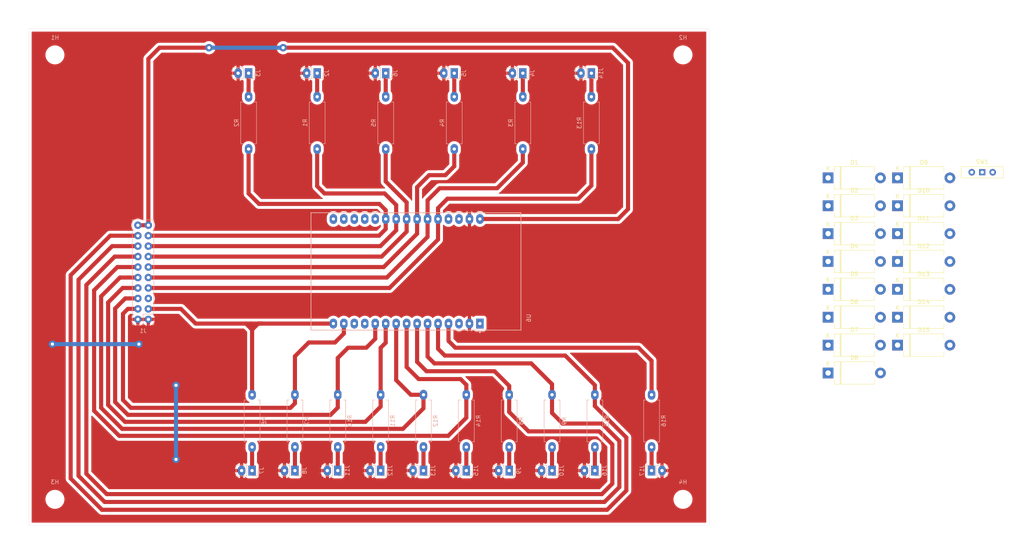
<source format=kicad_pcb>
(kicad_pcb (version 20240108) (generator "pcbnew") (generator_version "8.0")
  (title_block (title "Tool Manager PCB v2") (date "08/10/2024") (company "ETS - Robert Bosch Curitiba"))
  (layers (0 "F.Cu" signal) (31 "B.Cu" signal) (34 "B.Paste" user) (35 "F.Paste" user) (36 "B.SilkS" user "B.Silkscreen") (37 "F.SilkS" user "F.Silkscreen") (38 "B.Mask" user) (39 "F.Mask" user) (44 "Edge.Cuts" user))
  (net 0 "")
  (net 1 "+5V")
  (net 2 "GND")
  (net 4 "/RR3")
  (net 5 "/RR8")
  (net 6 "/RR10")
  (net 7 "/RR13")
  (net 8 "/RR1")
  (net 9 "/RR7")
  (net 10 "/RR15")
  (net 11 "/RR4")
  (net 12 "/RR11")
  (net 13 "/RR12")
  (net 14 "/RR14")
  (net 15 "/RR9")
  (net 16 "/RR5")
  (net 17 "/RR6")
  (net 18 "/RR2")
  (net 19 "Net-(J2-Pin_1)")
  (net 20 "Net-(J3-Pin_1)")
  (net 21 "Net-(J4-Pin_1)")
  (net 22 "Net-(J5-Pin_1)")
  (net 23 "Net-(J6-Pin_1)")
  (net 24 "Net-(J7-Pin_1)")
  (net 25 "Net-(J8-Pin_1)")
  (net 26 "Net-(J9-Pin_1)")
  (net 27 "Net-(J10-Pin_1)")
  (net 28 "Net-(J11-Pin_1)")
  (net 29 "Net-(J12-Pin_1)")
  (net 30 "Net-(J13-Pin_1)")
  (net 31 "Net-(J14-Pin_1)")
  (net 32 "Net-(J15-Pin_1)")
  (net 33 "Net-(J16-Pin_1)")
  (net 42 "Net-(J17-Pin_1)")
  (net 46 "/RR16")
  (net 47 "Net-(D1-A)")
  (footprint "Diode_THT:D_DO-201_P12.70mm_Horizontal" (layer "F.Cu") (at 213.02 95.885)
    (property "Reference" "D7" (at 6.35 -3.725 0) (layer "F.SilkS"))
    (property "Value" "STBR3008WY")
    (fp_text user "K" (at 0 -2.3 0) (layer "F.SilkS"))
    (pad "1" thru_hole rect (at 0 0) (size 2.6 2.6) (drill 1.3) (layers "*.Cu" "*.Mask") (net 4 "/RR3"))
    (pad "2" thru_hole oval (at 12.7 0) (size 2.6 2.6) (drill 1.3) (layers "*.Cu" "*.Mask") (net 47 "Net-(D1-A)"))
  )
  (footprint "Diode_THT:D_DO-201_P12.70mm_Horizontal" (layer "F.Cu") (at 229.87 55.265)
    (property "Reference" "D9" (at 6.35 -3.725 0) (layer "F.SilkS"))
    (property "Value" "STBR3008WY")
    (fp_text user "K" (at 0 -2.3 0) (layer "F.SilkS"))
    (pad "1" thru_hole rect (at 0 0) (size 2.6 2.6) (drill 1.3) (layers "*.Cu" "*.Mask") (net 18 "/RR2"))
    (pad "2" thru_hole oval (at 12.7 0) (size 2.6 2.6) (drill 1.3) (layers "*.Cu" "*.Mask") (net 47 "Net-(D1-A)"))
  )
  (footprint "Diode_THT:D_DO-201_P12.70mm_Horizontal" (layer "F.Cu") (at 229.87 68.805)
    (property "Reference" "D11" (at 6.35 -3.725 0) (layer "F.SilkS"))
    (property "Value" "STBR3008WY")
    (fp_text user "K" (at 0 -2.3 0) (layer "F.SilkS"))
    (pad "1" thru_hole rect (at 0 0) (size 2.6 2.6) (drill 1.3) (layers "*.Cu" "*.Mask") (net 8 "/RR1"))
    (pad "2" thru_hole oval (at 12.7 0) (size 2.6 2.6) (drill 1.3) (layers "*.Cu" "*.Mask") (net 47 "Net-(D1-A)"))
  )
  (footprint "Diode_THT:D_DO-201_P12.70mm_Horizontal" (layer "F.Cu") (at 229.87 95.885)
    (property "Reference" "D15" (at 6.35 -3.725 0) (layer "F.SilkS"))
    (property "Value" "STBR3008WY")
    (fp_text user "K" (at 0 -2.3 0) (layer "F.SilkS"))
    (pad "1" thru_hole rect (at 0 0) (size 2.6 2.6) (drill 1.3) (layers "*.Cu" "*.Mask") (net 11 "/RR4"))
    (pad "2" thru_hole oval (at 12.7 0) (size 2.6 2.6) (drill 1.3) (layers "*.Cu" "*.Mask") (net 47 "Net-(D1-A)"))
  )
  (footprint "Diode_THT:D_DO-201_P12.70mm_Horizontal" (layer "F.Cu") (at 213.02 55.265)
    (property "Reference" "D1" (at 6.35 -3.725 0) (layer "F.SilkS"))
    (property "Value" "STBR3008WY")
    (fp_text user "K" (at 0 -2.3 0) (layer "F.SilkS"))
    (pad "1" thru_hole rect (at 0 0) (size 2.6 2.6) (drill 1.3) (layers "*.Cu" "*.Mask") (net 10 "/RR15"))
    (pad "2" thru_hole oval (at 12.7 0) (size 2.6 2.6) (drill 1.3) (layers "*.Cu" "*.Mask") (net 47 "Net-(D1-A)"))
  )
  (footprint "Diode_THT:D_DO-201_P12.70mm_Horizontal" (layer "F.Cu") (at 213.02 89.115)
    (property "Reference" "D6" (at 6.35 -3.725 0) (layer "F.SilkS"))
    (property "Value" "STBR3008WY")
    (fp_text user "K" (at 0 -2.3 0) (layer "F.SilkS"))
    (pad "1" thru_hole rect (at 0 0) (size 2.6 2.6) (drill 1.3) (layers "*.Cu" "*.Mask") (net 12 "/RR11"))
    (pad "2" thru_hole oval (at 12.7 0) (size 2.6 2.6) (drill 1.3) (layers "*.Cu" "*.Mask") (net 47 "Net-(D1-A)"))
  )
  (footprint "Diode_THT:D_DO-201_P12.70mm_Horizontal" (layer "F.Cu") (at 229.87 62.035)
    (property "Reference" "D10" (at 6.35 -3.725 0) (layer "F.SilkS"))
    (property "Value" "STBR3008WY")
    (fp_text user "K" (at 0 -2.3 0) (layer "F.SilkS"))
    (pad "1" thru_hole rect (at 0 0) (size 2.6 2.6) (drill 1.3) (layers "*.Cu" "*.Mask") (net 15 "/RR9"))
    (pad "2" thru_hole oval (at 12.7 0) (size 2.6 2.6) (drill 1.3) (layers "*.Cu" "*.Mask") (net 47 "Net-(D1-A)"))
  )
  (footprint "Diode_THT:D_DO-201_P12.70mm_Horizontal" (layer "F.Cu") (at 229.87 82.345)
    (property "Reference" "D13" (at 6.35 -3.725 0) (layer "F.SilkS"))
    (property "Value" "STBR3008WY")
    (fp_text user "K" (at 0 -2.3 0) (layer "F.SilkS"))
    (pad "1" thru_hole rect (at 0 0) (size 2.6 2.6) (drill 1.3) (layers "*.Cu" "*.Mask") (net 16 "/RR5"))
    (pad "2" thru_hole oval (at 12.7 0) (size 2.6 2.6) (drill 1.3) (layers "*.Cu" "*.Mask") (net 47 "Net-(D1-A)"))
  )
  (footprint "Diode_THT:D_DO-201_P12.70mm_Horizontal" (layer "F.Cu") (at 229.87 89.115)
    (property "Reference" "D14" (at 6.35 -3.725 0) (layer "F.SilkS"))
    (property "Value" "STBR3008WY")
    (fp_text user "K" (at 0 -2.3 0) (layer "F.SilkS"))
    (pad "1" thru_hole rect (at 0 0) (size 2.6 2.6) (drill 1.3) (layers "*.Cu" "*.Mask") (net 14 "/RR14"))
    (pad "2" thru_hole oval (at 12.7 0) (size 2.6 2.6) (drill 1.3) (layers "*.Cu" "*.Mask") (net 47 "Net-(D1-A)"))
  )
  (footprint "Diode_THT:D_DO-201_P12.70mm_Horizontal" (layer "F.Cu") (at 229.87 75.575)
    (property "Reference" "D12" (at 6.35 -3.725 0) (layer "F.SilkS"))
    (property "Value" "STBR3008WY")
    (fp_text user "K" (at 0 -2.3 0) (layer "F.SilkS"))
    (pad "1" thru_hole rect (at 0 0) (size 2.6 2.6) (drill 1.3) (layers "*.Cu" "*.Mask") (net 5 "/RR8"))
    (pad "2" thru_hole oval (at 12.7 0) (size 2.6 2.6) (drill 1.3) (layers "*.Cu" "*.Mask") (net 47 "Net-(D1-A)"))
  )
  (footprint "Diode_THT:D_DO-201_P12.70mm_Horizontal" (layer "F.Cu") (at 213.02 68.805)
    (property "Reference" "D3" (at 6.35 -3.725 0) (layer "F.SilkS"))
    (property "Value" "STBR3008WY")
    (fp_text user "K" (at 0 -2.3 0) (layer "F.SilkS"))
    (pad "1" thru_hole rect (at 0 0) (size 2.6 2.6) (drill 1.3) (layers "*.Cu" "*.Mask") (net 9 "/RR7"))
    (pad "2" thru_hole oval (at 12.7 0) (size 2.6 2.6) (drill 1.3) (layers "*.Cu" "*.Mask") (net 47 "Net-(D1-A)"))
  )
  (footprint "Diode_THT:D_DO-201_P12.70mm_Horizontal" (layer "F.Cu") (at 213.02 82.345)
    (property "Reference" "D5" (at 6.35 -3.725 0) (layer "F.SilkS"))
    (property "Value" "STBR3008WY")
    (fp_text user "K" (at 0 -2.3 0) (layer "F.SilkS"))
    (pad "1" thru_hole rect (at 0 0) (size 2.6 2.6) (drill 1.3) (layers "*.Cu" "*.Mask") (net 7 "/RR13"))
    (pad "2" thru_hole oval (at 12.7 0) (size 2.6 2.6) (drill 1.3) (layers "*.Cu" "*.Mask") (net 47 "Net-(D1-A)"))
  )
  (footprint "Diode_THT:D_DO-201_P12.70mm_Horizontal" (layer "F.Cu") (at 213.02 62.035)
    (property "Reference" "D2" (at 6.35 -3.725 0) (layer "F.SilkS"))
    (property "Value" "STBR3008WY")
    (fp_text user "K" (at 0 -2.3 0) (layer "F.SilkS"))
    (pad "1" thru_hole rect (at 0 0) (size 2.6 2.6) (drill 1.3) (layers "*.Cu" "*.Mask") (net 17 "/RR6"))
    (pad "2" thru_hole oval (at 12.7 0) (size 2.6 2.6) (drill 1.3) (layers "*.Cu" "*.Mask") (net 47 "Net-(D1-A)"))
  )
  (footprint "Button_Switch_THT:SW_Slide-03_Wuerth-WS-SLTV_10x2.5x6.4_P2.54mm" (layer "F.Cu") (at 250.42 53.905)
    (property "Reference" "SW1" (at 0 -2.54 0) (layer "F.SilkS"))
    (property "Value" "SW_Wuerth_450301014042")
    (pad "1" thru_hole rect (at 0 0) (size 1.5 1.5) (drill 0.8) (layers "*.Cu" "*.Mask") (net 1 "+5V"))
    (pad "2" thru_hole circle (at -2.54 0) (size 1.6 1.6) (drill 0.8) (layers "*.Cu" "*.Mask") (net 47 "Net-(D1-A)"))
    (pad "3" thru_hole circle (at 2.54 0) (size 1.6 1.6) (drill 0.8) (layers "*.Cu" "*.Mask"))
  )
  (footprint "Diode_THT:D_DO-201_P12.70mm_Horizontal" (layer "F.Cu") (at 213.02 75.575)
    (property "Reference" "D4" (at 6.35 -3.725 0) (layer "F.SilkS"))
    (property "Value" "STBR3008WY")
    (fp_text user "K" (at 0 -2.3 0) (layer "F.SilkS"))
    (pad "1" thru_hole rect (at 0 0) (size 2.6 2.6) (drill 1.3) (layers "*.Cu" "*.Mask") (net 6 "/RR10"))
    (pad "2" thru_hole oval (at 12.7 0) (size 2.6 2.6) (drill 1.3) (layers "*.Cu" "*.Mask") (net 47 "Net-(D1-A)"))
  )
  (footprint "Diode_THT:D_DO-201_P12.70mm_Horizontal" (layer "F.Cu") (at 213.02 102.655)
    (property "Reference" "D8" (at 6.35 -3.725 0) (layer "F.SilkS"))
    (property "Value" "STBR3008WY")
    (fp_text user "K" (at 0 -2.3 0) (layer "F.SilkS"))
    (pad "1" thru_hole rect (at 0 0) (size 2.6 2.6) (drill 1.3) (layers "*.Cu" "*.Mask") (net 13 "/RR12"))
    (pad "2" thru_hole oval (at 12.7 0) (size 2.6 2.6) (drill 1.3) (layers "*.Cu" "*.Mask") (net 47 "Net-(D1-A)"))
  )
  (footprint "Addlibrary:R_Axial_DIN0411_L9.9mm_D3.6mm_P12.70mm_HorizontalLONGPADS" (layer "B.Cu") (at 138.938 35.56 -90)
    (property "Reference" "R3" (at 6.35 2.92 90) (layer "B.SilkS") (effects (justify mirror)))
    (property "Value" "100")
    (pad "1" thru_hole oval (at 0 0 270) (size 2.4 1.8) (drill 0.8) (layers "*.Cu" "*.Mask") (net 21 "Net-(J4-Pin_1)"))
    (pad "2" thru_hole oval (at 12.7 0 270) (size 2.4 1.8) (drill 0.8) (layers "*.Cu" "*.Mask") (net 4 "/RR3"))
  )
  (footprint "Addlibrary:PinSocket_2x10_P2.54mm_VerticalLongPads" (layer "B.Cu") (at 48.065 89.63)
    (property "Reference" "J1" (at -1.27 2.77 0) (layer "B.SilkS") (effects (justify mirror)))
    (property "Value" "Conn_01x20_Socket")
    (pad "1" thru_hole oval (at 0 0) (size 1.8 1.8) (drill 0.8) (layers "*.Cu" "*.Mask") (net 2 "GND"))
    (pad "2" thru_hole oval (at -2.54 0) (size 1.8 1.8) (drill 0.8) (layers "*.Cu" "*.Mask") (net 2 "GND"))
    (pad "3" thru_hole oval (at 0 -2.54) (size 1.8 1.8) (drill 0.8) (layers "*.Cu" "*.Mask") (net 17 "/RR6"))
    (pad "4" thru_hole oval (at -2.54 -2.54) (size 1.8 1.8) (drill 0.8) (layers "*.Cu" "*.Mask") (net 9 "/RR7"))
    (pad "5" thru_hole oval (at 0 -5.08) (size 1.8 1.8) (drill 0.8) (layers "*.Cu" "*.Mask"))
    (pad "6" thru_hole oval (at -2.54 -5.08) (size 1.8 1.8) (drill 0.8) (layers "*.Cu" "*.Mask") (net 6 "/RR10"))
    (pad "7" thru_hole oval (at 0 -7.62) (size 1.8 1.8) (drill 0.8) (layers "*.Cu" "*.Mask") (net 7 "/RR13"))
    (pad "8" thru_hole oval (at -2.54 -7.62) (size 1.8 1.8) (drill 0.8) (layers "*.Cu" "*.Mask") (net 12 "/RR11"))
    (pad "9" thru_hole oval (at 0 -10.16) (size 1.8 1.8) (drill 0.8) (layers "*.Cu" "*.Mask") (net 4 "/RR3"))
    (pad "10" thru_hole oval (at -2.54 -10.16) (size 1.8 1.8) (drill 0.8) (layers "*.Cu" "*.Mask") (net 13 "/RR12"))
    (pad "11" thru_hole oval (at 0 -12.7) (size 1.8 1.8) (drill 0.8) (layers "*.Cu" "*.Mask") (net 11 "/RR4"))
    (pad "12" thru_hole oval (at -2.54 -12.7) (size 1.8 1.8) (drill 0.8) (layers "*.Cu" "*.Mask") (net 14 "/RR14"))
    (pad "13" thru_hole oval (at 0 -15.24) (size 1.8 1.8) (drill 0.8) (layers "*.Cu" "*.Mask") (net 16 "/RR5"))
    (pad "14" thru_hole oval (at -2.54 -15.24) (size 1.8 1.8) (drill 0.8) (layers "*.Cu" "*.Mask") (net 5 "/RR8"))
    (pad "15" thru_hole oval (at 0 -17.78) (size 1.8 1.8) (drill 0.8) (layers "*.Cu" "*.Mask") (net 8 "/RR1"))
    (pad "16" thru_hole oval (at -2.54 -17.78) (size 1.8 1.8) (drill 0.8) (layers "*.Cu" "*.Mask") (net 15 "/RR9"))
    (pad "17" thru_hole oval (at 0 -20.32) (size 1.8 1.8) (drill 0.8) (layers "*.Cu" "*.Mask") (net 18 "/RR2"))
    (pad "18" thru_hole oval (at -2.54 -20.32) (size 1.8 1.8) (drill 0.8) (layers "*.Cu" "*.Mask") (net 10 "/RR15"))
    (pad "19" thru_hole oval (at 0 -22.86) (size 1.8 1.8) (drill 0.8) (layers "*.Cu" "*.Mask") (net 1 "+5V"))
    (pad "20" thru_hole oval (at -2.54 -22.86) (size 1.8 1.8) (drill 0.8) (layers "*.Cu" "*.Mask") (net 1 "+5V"))
  )
  (footprint "Addlibrary:R_Axial_DIN0411_L9.9mm_D3.6mm_P12.70mm_HorizontalLONGPADS" (layer "B.Cu") (at 114.829125 120.65 90)
    (property "Reference" "R12" (at 6.35 2.92 90) (layer "B.SilkS") (effects (justify mirror)))
    (property "Value" "100")
    (pad "1" thru_hole oval (at 0 0 90) (size 2.4 1.8) (drill 0.8) (layers "*.Cu" "*.Mask") (net 30 "Net-(J13-Pin_1)"))
    (pad "2" thru_hole oval (at 12.7 0 90) (size 2.4 1.8) (drill 0.8) (layers "*.Cu" "*.Mask") (net 13 "/RR12"))
  )
  (footprint "Addlibrary:R_Axial_DIN0411_L9.9mm_D3.6mm_P12.70mm_HorizontalLONGPADS" (layer "B.Cu") (at 105.664 35.56 -90)
    (property "Reference" "R5" (at 6.35 2.92 90) (layer "B.SilkS") (effects (justify mirror)))
    (property "Value" "100")
    (pad "1" thru_hole oval (at 0 0 270) (size 2.4 1.8) (drill 0.8) (layers "*.Cu" "*.Mask") (net 23 "Net-(J6-Pin_1)"))
    (pad "2" thru_hole oval (at 12.7 0 270) (size 2.4 1.8) (drill 0.8) (layers "*.Cu" "*.Mask") (net 16 "/RR5"))
  )
  (footprint "Addlibrary:PinHeader_1x02_P2.54mm_VerticalLongPads" (layer "B.Cu") (at 155.575 29.845 90)
    (property "Reference" "J14" (at 0 2.33 -90) (layer "B.SilkS") (effects (justify mirror)))
    (property "Value" "Conn_01x02_Pin")
    (pad "1" thru_hole rect (at 0 0 90) (size 2.4 1.8) (drill 0.8) (layers "*.Cu" "*.Mask") (net 31 "Net-(J14-Pin_1)"))
    (pad "2" thru_hole oval (at 0 -2.54 90) (size 2.4 1.8) (drill 0.8) (layers "*.Cu" "*.Mask") (net 2 "GND"))
  )
  (footprint "Addlibrary:R_Axial_DIN0411_L9.9mm_D3.6mm_P12.70mm_HorizontalLONGPADS" (layer "B.Cu") (at 125.22725 120.65 90)
    (property "Reference" "R14" (at 6.35 2.92 90) (layer "B.SilkS") (effects (justify mirror)))
    (property "Value" "100")
    (pad "1" thru_hole oval (at 0 0 90) (size 2.4 1.8) (drill 0.8) (layers "*.Cu" "*.Mask") (net 32 "Net-(J15-Pin_1)"))
    (pad "2" thru_hole oval (at 12.7 0 90) (size 2.4 1.8) (drill 0.8) (layers "*.Cu" "*.Mask") (net 14 "/RR14"))
  )
  (footprint "Addlibrary:PinHeader_1x02_P2.54mm_VerticalLongPads" (layer "B.Cu") (at 73.236625 126.365 90)
    (property "Reference" "J7" (at 0 2.33 -90) (layer "B.SilkS") (effects (justify mirror)))
    (property "Value" "Conn_01x02_Pin")
    (pad "1" thru_hole rect (at 0 0 90) (size 2.4 1.8) (drill 0.8) (layers "*.Cu" "*.Mask") (net 24 "Net-(J7-Pin_1)"))
    (pad "2" thru_hole oval (at 0 -2.54 90) (size 2.4 1.8) (drill 0.8) (layers "*.Cu" "*.Mask") (net 2 "GND"))
  )
  (footprint "Addlibrary:R_Axial_DIN0411_L9.9mm_D3.6mm_P12.70mm_HorizontalLONGPADS" (layer "B.Cu") (at 155.575 35.56 -90)
    (property "Reference" "R13" (at 6.35 2.92 90) (layer "B.SilkS") (effects (justify mirror)))
    (property "Value" "100")
    (pad "1" thru_hole oval (at 0 0 270) (size 2.4 1.8) (drill 0.8) (layers "*.Cu" "*.Mask") (net 31 "Net-(J14-Pin_1)"))
    (pad "2" thru_hole oval (at 12.7 0 270) (size 2.4 1.8) (drill 0.8) (layers "*.Cu" "*.Mask") (net 7 "/RR13"))
  )
  (footprint "Addlibrary:R_Axial_DIN0411_L9.9mm_D3.6mm_P12.70mm_HorizontalLONGPADS" (layer "B.Cu") (at 94.032875 120.65 90)
    (property "Reference" "R10" (at 6.35 2.92 90) (layer "B.SilkS") (effects (justify mirror)))
    (property "Value" "100")
    (pad "1" thru_hole oval (at 0 0 90) (size 2.4 1.8) (drill 0.8) (layers "*.Cu" "*.Mask") (net 28 "Net-(J11-Pin_1)"))
    (pad "2" thru_hole oval (at 12.7 0 90) (size 2.4 1.8) (drill 0.8) (layers "*.Cu" "*.Mask") (net 6 "/RR10"))
  )
  (footprint "Addlibrary:PinHeader_1x02_P2.54mm_VerticalLongPads" (layer "B.Cu") (at 104.431 126.365 90)
    (property "Reference" "J12" (at 0 2.33 -90) (layer "B.SilkS") (effects (justify mirror)))
    (property "Value" "Conn_01x02_Pin")
    (pad "1" thru_hole rect (at 0 0 90) (size 2.4 1.8) (drill 0.8) (layers "*.Cu" "*.Mask") (net 29 "Net-(J12-Pin_1)"))
    (pad "2" thru_hole oval (at 0 -2.54 90) (size 2.4 1.8) (drill 0.8) (layers "*.Cu" "*.Mask") (net 2 "GND"))
  )
  (footprint "MountingHole:MountingHole_3.2mm_M3" (layer "B.Cu") (at 177.8 133.35 180)
    (property "Reference" "H4" (at 0 4.2 0) (layer "B.SilkS") (effects (justify mirror)))
    (property "Value" "MountingHole")
    (pad "" np_thru_hole circle (at 0 0 180) (size 3.2 3.2) (drill 3.2) (layers "*.Cu" "*.Mask"))
  )
  (footprint "Addlibrary:R_Axial_DIN0411_L9.9mm_D3.6mm_P12.70mm_HorizontalLONGPADS" (layer "B.Cu") (at 135.625375 120.65 90)
    (property "Reference" "R8" (at 6.35 2.92 90) (layer "B.SilkS") (effects (justify mirror)))
    (property "Value" "100")
    (pad "1" thru_hole oval (at 0 0 90) (size 2.4 1.8) (drill 0.8) (layers "*.Cu" "*.Mask") (net 26 "Net-(J9-Pin_1)"))
    (pad "2" thru_hole oval (at 12.7 0 90) (size 2.4 1.8) (drill 0.8) (layers "*.Cu" "*.Mask") (net 5 "/RR8"))
  )
  (footprint "Addlibrary:R_Axial_DIN0411_L9.9mm_D3.6mm_P12.70mm_HorizontalLONGPADS" (layer "B.Cu") (at 72.39 35.56 -90)
    (property "Reference" "R2" (at 6.35 2.92 90) (layer "B.SilkS") (effects (justify mirror)))
    (property "Value" "100")
    (pad "1" thru_hole oval (at 0 0 270) (size 2.4 1.8) (drill 0.8) (layers "*.Cu" "*.Mask") (net 20 "Net-(J3-Pin_1)"))
    (pad "2" thru_hole oval (at 12.7 0 270) (size 2.4 1.8) (drill 0.8) (layers "*.Cu" "*.Mask") (net 18 "/RR2"))
  )
  (footprint "Addlibrary:PinHeader_1x02_P2.54mm_VerticalLongPads" (layer "B.Cu") (at 114.829125 126.365 90)
    (property "Reference" "J13" (at 0 2.33 -90) (layer "B.SilkS") (effects (justify mirror)))
    (property "Value" "Conn_01x02_Pin")
    (pad "1" thru_hole rect (at 0 0 90) (size 2.4 1.8) (drill 0.8) (layers "*.Cu" "*.Mask") (net 30 "Net-(J13-Pin_1)"))
    (pad "2" thru_hole oval (at 0 -2.54 90) (size 2.4 1.8) (drill 0.8) (layers "*.Cu" "*.Mask") (net 2 "GND"))
  )
  (footprint "MountingHole:MountingHole_3.2mm_M3" (layer "B.Cu") (at 177.8 25.4 180)
    (property "Reference" "H2" (at 0 4.2 0) (layer "B.SilkS") (effects (justify mirror)))
    (property "Value" "MountingHole" (hide yes))
    (pad "" np_thru_hole circle (at 0 0 180) (size 3.2 3.2) (drill 3.2) (layers "*.Cu" "*.Mask"))
  )
  (footprint "Addlibrary:R_Axial_DIN0411_L9.9mm_D3.6mm_P12.70mm_HorizontalLONGPADS" (layer "B.Cu") (at 83.63475 120.65 90)
    (property "Reference" "R7" (at 6.35 2.92 90) (layer "B.SilkS") (effects (justify mirror)))
    (property "Value" "100")
    (pad "1" thru_hole oval (at 0 0 90) (size 2.4 1.8) (drill 0.8) (layers "*.Cu" "*.Mask") (net 25 "Net-(J8-Pin_1)"))
    (pad "2" thru_hole oval (at 12.7 0 90) (size 2.4 1.8) (drill 0.8) (layers "*.Cu" "*.Mask") (net 9 "/RR7"))
  )
  (footprint "Addlibrary:PinHeader_1x02_P2.54mm_VerticalLongPads" (layer "B.Cu") (at 89.027 29.845 90)
    (property "Reference" "J2" (at 0 2.33 -90) (layer "B.SilkS") (effects (justify mirror)))
    (property "Value" "Conn_01x02_Pin")
    (pad "1" thru_hole rect (at 0 0 90) (size 2.4 1.8) (drill 0.8) (layers "*.Cu" "*.Mask") (net 19 "Net-(J2-Pin_1)"))
    (pad "2" thru_hole oval (at 0 -2.54 90) (size 2.4 1.8) (drill 0.8) (layers "*.Cu" "*.Mask") (net 2 "GND"))
  )
  (footprint "Addlibrary:PinHeader_1x02_P2.54mm_VerticalLongPads" (layer "B.Cu") (at 122.301 29.845 90)
    (property "Reference" "J5" (at 0 2.33 -90) (layer "B.SilkS") (effects (justify mirror)))
    (property "Value" "Conn_01x02_Pin")
    (pad "1" thru_hole rect (at 0 0 90) (size 2.4 1.8) (drill 0.8) (layers "*.Cu" "*.Mask") (net 22 "Net-(J5-Pin_1)"))
    (pad "2" thru_hole oval (at 0 -2.54 90) (size 2.4 1.8) (drill 0.8) (layers "*.Cu" "*.Mask") (net 2 "GND"))
  )
  (footprint "Addlibrary:R_Axial_DIN0411_L9.9mm_D3.6mm_P12.70mm_HorizontalLONGPADS" (layer "B.Cu") (at 170.18 120.65 90)
    (property "Reference" "R16" (at 6.35 2.92 90) (layer "B.SilkS") (effects (justify mirror)))
    (property "Value" "100")
    (pad "1" thru_hole oval (at 0 0 90) (size 2.4 1.8) (drill 0.8) (layers "*.Cu" "*.Mask") (net 42 "Net-(J17-Pin_1)"))
    (pad "2" thru_hole oval (at 12.7 0 90) (size 2.4 1.8) (drill 0.8) (layers "*.Cu" "*.Mask") (net 46 "/RR16"))
  )
  (footprint "Addlibrary:R_Axial_DIN0411_L9.9mm_D3.6mm_P12.70mm_HorizontalLONGPADS" (layer "B.Cu") (at 156.421625 120.65 90)
    (property "Reference" "R15" (at 6.35 2.92 90) (layer "B.SilkS") (effects (justify mirror)))
    (property "Value" "100")
    (pad "1" thru_hole oval (at 0 0 90) (size 2.4 1.8) (drill 0.8) (layers "*.Cu" "*.Mask") (net 33 "Net-(J16-Pin_1)"))
    (pad "2" thru_hole oval (at 12.7 0 90) (size 2.4 1.8) (drill 0.8) (layers "*.Cu" "*.Mask") (net 10 "/RR15"))
  )
  (footprint "Addlibrary:MODULE_ESP32_DEVKIT_V1LongPads" (layer "B.Cu") (at 113.0075 77.9575 90)
    (property "Reference" "U6" (at -11.355 27.36 -90) (layer "B.SilkS") (effects (justify mirror)))
    (property "Value" "ESP32-DEVKIT-V1")
    (pad "1" thru_hole rect (at -12.7 15.515 90) (size 2.4 1.8) (drill 0.8) (layers "*.Cu" "*.Mask"))
    (pad "2" thru_hole oval (at -12.7 12.975 90) (size 2.4 1.8) (drill 0.8) (layers "*.Cu" "*.Mask") (net 2 "GND"))
    (pad "3" thru_hole oval (at -12.7 10.435 90) (size 2.4 1.8) (drill 0.8) (layers "*.Cu" "*.Mask"))
    (pad "4" thru_hole oval (at -12.7 7.895 90) (size 2.4 1.8) (drill 0.8) (layers "*.Cu" "*.Mask") (net 46 "/RR16"))
    (pad "5" thru_hole oval (at -12.7 5.355 90) (size 2.4 1.8) (drill 0.8) (layers "*.Cu" "*.Mask") (net 10 "/RR15"))
    (pad "6" thru_hole oval (at -12.7 2.815 90) (size 2.4 1.8) (drill 0.8) (layers "*.Cu" "*.Mask") (net 15 "/RR9"))
    (pad "7" thru_hole oval (at -12.7 0.275 90) (size 2.4 1.8) (drill 0.8) (layers "*.Cu" "*.Mask") (net 5 "/RR8"))
    (pad "8" thru_hole oval (at -12.7 -2.265 90) (size 2.4 1.8) (drill 0.8) (layers "*.Cu" "*.Mask") (net 14 "/RR14"))
    (pad "9" thru_hole oval (at -12.7 -4.805 90) (size 2.4 1.8) (drill 0.8) (layers "*.Cu" "*.Mask") (net 13 "/RR12"))
    (pad "10" thru_hole oval (at -12.7 -7.345 90) (size 2.4 1.8) (drill 0.8) (layers "*.Cu" "*.Mask") (net 12 "/RR11"))
    (pad "11" thru_hole oval (at -12.7 -9.885 90) (size 2.4 1.8) (drill 0.8) (layers "*.Cu" "*.Mask") (net 6 "/RR10"))
    (pad "12" thru_hole oval (at -12.7 -12.425 90) (size 2.4 1.8) (drill 0.8) (layers "*.Cu" "*.Mask"))
    (pad "13" thru_hole oval (at -12.7 -14.965 90) (size 2.4 1.8) (drill 0.8) (layers "*.Cu" "*.Mask"))
    (pad "14" thru_hole oval (at -12.7 -17.505 90) (size 2.4 1.8) (drill 0.8) (layers "*.Cu" "*.Mask") (net 9 "/RR7"))
    (pad "15" thru_hole oval (at -12.7 -20.045 90) (size 2.4 1.8) (drill 0.8) (layers "*.Cu" "*.Mask") (net 17 "/RR6"))
    (pad "16" thru_hole oval (at 12.7 -20.045 90) (size 2.4 1.8) (drill 0.8) (layers "*.Cu" "*.Mask"))
    (pad "17" thru_hole oval (at 12.7 -17.505 90) (size 2.4 1.8) (drill 0.8) (layers "*.Cu" "*.Mask"))
    (pad "18" thru_hole oval (at 12.7 -14.965 90) (size 2.4 1.8) (drill 0.8) (layers "*.Cu" "*.Mask"))
    (pad "19" thru_hole oval (at 12.7 -12.425 90) (size 2.4 1.8) (drill 0.8) (layers "*.Cu" "*.Mask"))
    (pad "20" thru_hole oval (at 12.7 -9.885 90) (size 2.4 1.8) (drill 0.8) (layers "*.Cu" "*.Mask"))
    (pad "21" thru_hole oval (at 12.7 -7.345 90) (size 2.4 1.8) (drill 0.8) (layers "*.Cu" "*.Mask") (net 18 "/RR2"))
    (pad "22" thru_hole oval (at 12.7 -4.805 90) (size 2.4 1.8) (drill 0.8) (layers "*.Cu" "*.Mask") (net 8 "/RR1"))
    (pad "23" thru_hole oval (at 12.7 -2.265 90) (size 2.4 1.8) (drill 0.8) (layers "*.Cu" "*.Mask") (net 16 "/RR5"))
    (pad "24" thru_hole oval (at 12.7 0.275 90) (size 2.4 1.8) (drill 0.8) (layers "*.Cu" "*.Mask") (net 11 "/RR4"))
    (pad "25" thru_hole oval (at 12.7 2.815 90) (size 2.4 1.8) (drill 0.8) (layers "*.Cu" "*.Mask") (net 4 "/RR3"))
    (pad "26" thru_hole oval (at 12.7 5.355 90) (size 2.4 1.8) (drill 0.8) (layers "*.Cu" "*.Mask") (net 7 "/RR13"))
    (pad "27" thru_hole oval (at 12.7 7.895 90) (size 2.4 1.8) (drill 0.8) (layers "*.Cu" "*.Mask"))
    (pad "28" thru_hole oval (at 12.7 10.435 90) (size 2.4 1.8) (drill 0.8) (layers "*.Cu" "*.Mask"))
    (pad "29" thru_hole oval (at 12.7 12.975 90) (size 2.4 1.8) (drill 0.8) (layers "*.Cu" "*.Mask") (net 2 "GND"))
    (pad "30" thru_hole oval (at 12.7 15.515 90) (size 2.4 1.8) (drill 0.8) (layers "*.Cu" "*.Mask") (net 1 "+5V"))
  )
  (footprint "MountingHole:MountingHole_3.2mm_M3" (layer "B.Cu") (at 25.4 25.4 180)
    (property "Reference" "H1" (at 0 4.2 0) (layer "B.SilkS") (effects (justify mirror)))
    (property "Value" "MountingHole")
    (pad "" np_thru_hole circle (at 0 0 180) (size 3.2 3.2) (drill 3.2) (layers "*.Cu" "*.Mask"))
  )
  (footprint "Addlibrary:PinHeader_1x02_P2.54mm_VerticalLongPads" (layer "B.Cu") (at 72.39 29.845 90)
    (property "Reference" "J3" (at 0 2.33 -90) (layer "B.SilkS") (effects (justify mirror)))
    (property "Value" "Conn_01x02_Pin")
    (pad "1" thru_hole rect (at 0 0 90) (size 2.4 1.8) (drill 0.8) (layers "*.Cu" "*.Mask") (net 20 "Net-(J3-Pin_1)"))
    (pad "2" thru_hole oval (at 0 -2.54 90) (size 2.4 1.8) (drill 0.8) (layers "*.Cu" "*.Mask") (net 2 "GND"))
  )
  (footprint "MountingHole:MountingHole_3.2mm_M3" (layer "B.Cu") (at 25.4 133.35 180)
    (property "Reference" "H3" (at 0 4.2 0) (layer "B.SilkS") (effects (justify mirror)))
    (property "Value" "MountingHole")
    (pad "" np_thru_hole circle (at 0 0 180) (size 3.2 3.2) (drill 3.2) (layers "*.Cu" "*.Mask"))
  )
  (footprint "Addlibrary:PinHeader_1x02_P2.54mm_VerticalLongPads" (layer "B.Cu") (at 125.22725 126.365 90)
    (property "Reference" "J15" (at 0 2.33 -90) (layer "B.SilkS") (effects (justify mirror)))
    (property "Value" "Conn_01x02_Pin")
    (pad "1" thru_hole rect (at 0 0 90) (size 2.4 1.8) (drill 0.8) (layers "*.Cu" "*.Mask") (net 32 "Net-(J15-Pin_1)"))
    (pad "2" thru_hole oval (at 0 -2.54 90) (size 2.4 1.8) (drill 0.8) (layers "*.Cu" "*.Mask") (net 2 "GND"))
  )
  (footprint "Addlibrary:R_Axial_DIN0411_L9.9mm_D3.6mm_P12.70mm_HorizontalLONGPADS" (layer "B.Cu") (at 146.0235 120.65 90)
    (property "Reference" "R9" (at 6.35 2.92 90) (layer "B.SilkS") (effects (justify mirror)))
    (property "Value" "100")
    (pad "1" thru_hole oval (at 0 0 90) (size 2.4 1.8) (drill 0.8) (layers "*.Cu" "*.Mask") (net 27 "Net-(J10-Pin_1)"))
    (pad "2" thru_hole oval (at 12.7 0 90) (size 2.4 1.8) (drill 0.8) (layers "*.Cu" "*.Mask") (net 15 "/RR9"))
  )
  (footprint "Addlibrary:R_Axial_DIN0411_L9.9mm_D3.6mm_P12.70mm_HorizontalLONGPADS" (layer "B.Cu") (at 89.027 35.56 -90)
    (property "Reference" "R1" (at 6.35 2.92 90) (layer "B.SilkS") (effects (justify mirror)))
    (property "Value" "100")
    (pad "1" thru_hole oval (at 0 0 270) (size 2.4 1.8) (drill 0.8) (layers "*.Cu" "*.Mask") (net 19 "Net-(J2-Pin_1)"))
    (pad "2" thru_hole oval (at 12.7 0 270) (size 2.4 1.8) (drill 0.8) (layers "*.Cu" "*.Mask") (net 8 "/RR1"))
  )
  (footprint "Addlibrary:PinHeader_1x02_P2.54mm_VerticalLongPads" (layer "B.Cu") (at 138.938 29.845 90)
    (property "Reference" "J4" (at 0 2.33 -90) (layer "B.SilkS") (effects (justify mirror)))
    (property "Value" "Conn_01x02_Pin")
    (pad "1" thru_hole rect (at 0 0 90) (size 2.4 1.8) (drill 0.8) (layers "*.Cu" "*.Mask") (net 21 "Net-(J4-Pin_1)"))
    (pad "2" thru_hole oval (at 0 -2.54 90) (size 2.4 1.8) (drill 0.8) (layers "*.Cu" "*.Mask") (net 2 "GND"))
  )
  (footprint "Addlibrary:R_Axial_DIN0411_L9.9mm_D3.6mm_P12.70mm_HorizontalLONGPADS" (layer "B.Cu") (at 73.236625 120.65 90)
    (property "Reference" "R6" (at 6.35 2.92 90) (layer "B.SilkS") (effects (justify mirror)))
    (property "Value" "100")
    (pad "1" thru_hole oval (at 0 0 90) (size 2.4 1.8) (drill 0.8) (layers "*.Cu" "*.Mask") (net 24 "Net-(J7-Pin_1)"))
    (pad "2" thru_hole oval (at 12.7 0 90) (size 2.4 1.8) (drill 0.8) (layers "*.Cu" "*.Mask") (net 17 "/RR6"))
  )
  (footprint "Addlibrary:R_Axial_DIN0411_L9.9mm_D3.6mm_P12.70mm_HorizontalLONGPADS" (layer "B.Cu") (at 122.301 35.56 -90)
    (property "Reference" "R4" (at 6.35 2.92 90) (layer "B.SilkS") (effects (justify mirror)))
    (property "Value" "100")
    (pad "1" thru_hole oval (at 0 0 270) (size 2.4 1.8) (drill 0.8) (layers "*.Cu" "*.Mask") (net 22 "Net-(J5-Pin_1)"))
    (pad "2" thru_hole oval (at 12.7 0 270) (size 2.4 1.8) (drill 0.8) (layers "*.Cu" "*.Mask") (net 11 "/RR4"))
  )
  (footprint "Addlibrary:PinHeader_1x02_P2.54mm_VerticalLongPads" (layer "B.Cu") (at 135.625375 126.365 90)
    (property "Reference" "J9" (at 0 2.33 -90) (layer "B.SilkS") (effects (justify mirror)))
    (property "Value" "Conn_01x02_Pin")
    (pad "1" thru_hole rect (at 0 0 90) (size 2.4 1.8) (drill 0.8) (layers "*.Cu" "*.Mask") (net 26 "Net-(J9-Pin_1)"))
    (pad "2" thru_hole oval (at 0 -2.54 90) (size 2.4 1.8) (drill 0.8) (layers "*.Cu" "*.Mask") (net 2 "GND"))
  )
  (footprint "Addlibrary:PinHeader_1x02_P2.54mm_VerticalLongPads" (layer "B.Cu") (at 105.664 29.845 90)
    (property "Reference" "J6" (at 0 2.33 -90) (layer "B.SilkS") (effects (justify mirror)))
    (property "Value" "Conn_01x02_Pin")
    (pad "1" thru_hole rect (at 0 0 90) (size 2.4 1.8) (drill 0.8) (layers "*.Cu" "*.Mask") (net 23 "Net-(J6-Pin_1)"))
    (pad "2" thru_hole oval (at 0 -2.54 90) (size 2.4 1.8) (drill 0.8) (layers "*.Cu" "*.Mask") (net 2 "GND"))
  )
  (footprint "Addlibrary:PinHeader_1x02_P2.54mm_VerticalLongPads" (layer "B.Cu") (at 83.63475 126.365 90)
    (property "Reference" "J8" (at 0 2.33 -90) (layer "B.SilkS") (effects (justify mirror)))
    (property "Value" "Conn_01x02_Pin")
    (pad "1" thru_hole rect (at 0 0 90) (size 2.4 1.8) (drill 0.8) (layers "*.Cu" "*.Mask") (net 25 "Net-(J8-Pin_1)"))
    (pad "2" thru_hole oval (at 0 -2.54 90) (size 2.4 1.8) (drill 0.8) (layers "*.Cu" "*.Mask") (net 2 "GND"))
  )
  (footprint "Addlibrary:PinHeader_1x02_P2.54mm_VerticalLongPads" (layer "B.Cu") (at 94.032875 126.365 90)
    (property "Reference" "J11" (at 0 2.33 -90) (layer "B.SilkS") (effects (justify mirror)))
    (property "Value" "Conn_01x02_Pin")
    (pad "1" thru_hole rect (at 0 0 90) (size 2.4 1.8) (drill 0.8) (layers "*.Cu" "*.Mask") (net 28 "Net-(J11-Pin_1)"))
    (pad "2" thru_hole oval (at 0 -2.54 90) (size 2.4 1.8) (drill 0.8) (layers "*.Cu" "*.Mask") (net 2 "GND"))
  )
  (footprint "Addlibrary:R_Axial_DIN0411_L9.9mm_D3.6mm_P12.70mm_HorizontalLONGPADS" (layer "B.Cu") (at 104.431 120.65 90)
    (property "Reference" "R11" (at 6.35 2.92 90) (layer "B.SilkS") (effects (justify mirror)))
    (property "Value" "100")
    (pad "1" thru_hole oval (at 0 0 90) (size 2.4 1.8) (drill 0.8) (layers "*.Cu" "*.Mask") (net 29 "Net-(J12-Pin_1)"))
    (pad "2" thru_hole oval (at 12.7 0 90) (size 2.4 1.8) (drill 0.8) (layers "*.Cu" "*.Mask") (net 12 "/RR11"))
  )
  (footprint "Addlibrary:PinHeader_1x02_P2.54mm_VerticalLongPads" (layer "B.Cu") (at 170.175 126.365 -90)
    (property "Reference" "J17" (at 0 2.33 90) (layer "B.SilkS") (effects (justify mirror)))
    (property "Value" "Conn_01x02_Pin")
    (pad "1" thru_hole rect (at 0 0 270) (size 2.4 1.8) (drill 0.8) (layers "*.Cu" "*.Mask") (net 42 "Net-(J17-Pin_1)"))
    (pad "2" thru_hole oval (at 0 -2.54 270) (size 2.4 1.8) (drill 0.8) (layers "*.Cu" "*.Mask") (net 2 "GND"))
  )
  (footprint "Addlibrary:PinHeader_1x02_P2.54mm_VerticalLongPads" (layer "B.Cu") (at 146.0235 126.365 90)
    (property "Reference" "J10" (at 0 2.33 -90) (layer "B.SilkS") (effects (justify mirror)))
    (property "Value" "Conn_01x02_Pin")
    (pad "1" thru_hole rect (at 0 0 90) (size 2.4 1.8) (drill 0.8) (layers "*.Cu" "*.Mask") (net 27 "Net-(J10-Pin_1)"))
    (pad "2" thru_hole oval (at 0 -2.54 90) (size 2.4 1.8) (drill 0.8) (layers "*.Cu" "*.Mask") (net 2 "GND"))
  )
  (footprint "Addlibrary:PinHeader_1x02_P2.54mm_VerticalLongPads" (layer "B.Cu") (at 156.421625 126.365 90)
    (property "Reference" "J16" (at 0 2.33 -90) (layer "B.SilkS") (effects (justify mirror)))
    (property "Value" "Conn_01x02_Pin")
    (pad "1" thru_hole rect (at 0 0 90) (size 2.4 1.8) (drill 0.8) (layers "*.Cu" "*.Mask") (net 33 "Net-(J16-Pin_1)"))
    (pad "2" thru_hole oval (at 0 -2.54 90) (size 2.4 1.8) (drill 0.8) (layers "*.Cu" "*.Mask") (net 2 "GND"))
  )
  (gr_rect (start 19.05 19.05) (end 184.15 139.7) (stroke (width 0.05)) (fill none) (layer "Edge.Cuts"))
  (segment (start 164.465 62.865) (end 162.0725 65.2575) (width 1) (layer "F.Cu") (net 1))
  (segment (start 164.465 27.34) (end 164.465 62.865) (width 1) (layer "F.Cu") (net 1))
  (segment (start 160.775 23.65) (end 164.465 27.34) (width 1) (layer "F.Cu") (net 1))
  (segment (start 50.775 23.65) (end 62.775 23.65) (width 1) (layer "F.Cu") (net 1))
  (segment (start 48.065 26.36) (end 50.775 23.65) (width 1) (layer "F.Cu") (net 1))
  (segment (start 45.525 66.77) (end 48.065 66.77) (width 1) (layer "F.Cu") (net 1))
  (segment (start 162.0725 65.2575) (end 128.5225 65.2575) (width 1) (layer "F.Cu") (net 1))
  (segment (start 48.065 66.77) (end 48.065 26.36) (width 1) (layer "F.Cu") (net 1))
  (segment (start 80.775 23.65) (end 160.775 23.65) (width 1) (layer "F.Cu") (net 1))
  (via (at 80.775 23.65) (size 1.8) (drill 0.8) (layers "F.Cu" "B.Cu") (net 1))
  (via (at 62.775 23.65) (size 1.8) (drill 0.8) (layers "F.Cu" "B.Cu") (net 1))
  (segment (start 62.775 23.65) (end 80.775 23.65) (width 1) (layer "B.Cu") (net 1))
  (via (at 45.775 95.65) (size 1.8) (drill 0.8) (layers "F.Cu" "B.Cu") (net 2))
  (via (at 54.775 123.65) (size 1.8) (drill 0.8) (layers "F.Cu" "B.Cu") (net 2))
  (via (at 54.775 105.65) (size 1.8) (drill 0.8) (layers "F.Cu" "B.Cu") (net 2))
  (via (at 24.775 95.65) (size 1.8) (drill 0.8) (layers "F.Cu" "B.Cu") (net 2))
  (segment (start 45.775 95.65) (end 24.775 95.65) (width 1) (layer "B.Cu") (net 2))
  (segment (start 54.775 105.65) (end 54.775 123.65) (width 1) (layer "B.Cu") (net 2))
  (segment (start 115.8225 69.5975) (end 115.8225 65.2575) (width 1) (layer "F.Cu") (net 4))
  (segment (start 138.938 51.562) (end 138.938 48.26) (width 1) (layer "F.Cu") (net 4))
  (segment (start 48.065 79.47) (end 105.95 79.47) (width 1) (layer "F.Cu") (net 4))
  (segment (start 115.8225 65.2575) (end 115.8225 60.7075) (width 1) (layer "F.Cu") (net 4))
  (segment (start 132.715 57.785) (end 138.938 51.562) (width 1) (layer "F.Cu") (net 4))
  (segment (start 105.95 79.47) (end 115.8225 69.5975) (width 1) (layer "F.Cu") (net 4))
  (segment (start 118.745 57.785) (end 132.715 57.785) (width 1) (layer "F.Cu") (net 4))
  (segment (start 115.8225 60.7075) (end 118.745 57.785) (width 1) (layer "F.Cu") (net 4))
  (segment (start 132.08 102.235) (end 135.625375 105.780375) (width 1) (layer "F.Cu") (net 5))
  (segment (start 140.335 116.84) (end 157.48 116.84) (width 1) (layer "F.Cu") (net 5))
  (segment (start 37.964164 132.08) (end 33.02 127.135836) (width 1) (layer "F.Cu") (net 5))
  (segment (start 135.625375 112.130375) (end 140.335 116.84) (width 1) (layer "F.Cu") (net 5))
  (segment (start 135.625375 107.95) (end 135.625375 112.130375) (width 1) (layer "F.Cu") (net 5))
  (segment (start 33.02 127.135836) (end 33.02 81.28) (width 1) (layer "F.Cu") (net 5))
  (segment (start 158.115 132.08) (end 37.964164 132.08) (width 1) (layer "F.Cu") (net 5))
  (segment (start 113.2825 99.9475) (end 115.57 102.235) (width 1) (layer "F.Cu") (net 5))
  (segment (start 33.02 81.28) (end 39.91 74.39) (width 1) (layer "F.Cu") (net 5))
  (segment (start 135.625375 105.780375) (end 135.625375 107.95) (width 1) (layer "F.Cu") (net 5))
  (segment (start 115.57 102.235) (end 132.08 102.235) (width 1) (layer "F.Cu") (net 5))
  (segment (start 160.655 129.54) (end 160.655 120.015) (width 1) (layer "F.Cu") (net 5))
  (segment (start 158.115 132.08) (end 160.655 129.54) (width 1) (layer "F.Cu") (net 5))
  (segment (start 113.2825 90.6575) (end 113.2825 99.9475) (width 1) (layer "F.Cu") (net 5))
  (segment (start 157.48 116.84) (end 160.655 120.015) (width 1) (layer "F.Cu") (net 5))
  (segment (start 39.91 74.39) (end 45.525 74.39) (width 1) (layer "F.Cu") (net 5))
  (segment (start 42.45 84.55) (end 45.525 84.55) (width 1) (layer "F.Cu") (net 6))
  (segment (start 96.52 96.52) (end 94.032875 99.007125) (width 1) (layer "F.Cu") (net 6))
  (segment (start 103.1225 90.6575) (end 103.1225 94.3625) (width 1) (layer "F.Cu") (net 6))
  (segment (start 40.005 86.995) (end 42.45 84.55) (width 1) (layer "F.Cu") (net 6))
  (segment (start 43.110836 112.825) (end 40.005 109.719164) (width 1) (layer "F.Cu") (net 6))
  (segment (start 92.28 112.825) (end 43.110836 112.825) (width 1) (layer "F.Cu") (net 6))
  (segment (start 94.032875 107.95) (end 94.032875 111.072125) (width 1) (layer "F.Cu") (net 6))
  (segment (start 100.965 96.52) (end 96.52 96.52) (width 1) (layer "F.Cu") (net 6))
  (segment (start 40.005 109.719164) (end 40.005 86.995) (width 1) (layer "F.Cu") (net 6))
  (segment (start 103.1225 94.3625) (end 100.965 96.52) (width 1) (layer "F.Cu") (net 6))
  (segment (start 94.032875 111.072125) (end 92.28 112.825) (width 1) (layer "F.Cu") (net 6))
  (segment (start 94.032875 99.007125) (end 94.032875 107.95) (width 1) (layer "F.Cu") (net 6))
  (segment (start 152.4 60.325) (end 155.575 57.15) (width 1) (layer "F.Cu") (net 7))
  (segment (start 106.585 82.01) (end 118.3625 70.2325) (width 1) (layer "F.Cu") (net 7))
  (segment (start 48.065 82.01) (end 106.585 82.01) (width 1) (layer "F.Cu") (net 7))
  (segment (start 155.575 57.15) (end 155.575 48.26) (width 1) (layer "F.Cu") (net 7))
  (segment (start 120.65 60.325) (end 152.4 60.325) (width 1) (layer "F.Cu") (net 7))
  (segment (start 118.3625 70.2325) (end 118.3625 65.2575) (width 1) (layer "F.Cu") (net 7))
  (segment (start 118.3625 62.6125) (end 120.65 60.325) (width 1) (layer "F.Cu") (net 7))
  (segment (start 118.3625 65.2575) (end 118.3625 62.6125) (width 1) (layer "F.Cu") (net 7))
  (segment (start 108.2025 68.01) (end 108.2025 65.2575) (width 1) (layer "F.Cu") (net 8))
  (segment (start 90.805 59.055) (end 89.027 57.277) (width 1) (layer "F.Cu") (net 8))
  (segment (start 48.065 71.85) (end 104.3625 71.85) (width 1) (layer "F.Cu") (net 8))
  (segment (start 89.027 57.277) (end 89.027 48.26) (width 1) (layer "F.Cu") (net 8))
  (segment (start 108.2025 65.2575) (end 108.2025 61.8475) (width 1) (layer "F.Cu") (net 8))
  (segment (start 104.3625 71.85) (end 108.2025 68.01) (width 1) (layer "F.Cu") (net 8))
  (segment (start 108.2025 61.8475) (end 105.41 59.055) (width 1) (layer "F.Cu") (net 8))
  (segment (start 105.41 59.055) (end 90.805 59.055) (width 1) (layer "F.Cu") (net 8))
  (segment (start 83.63475 98.61025) (end 83.63475 107.95) (width 1) (layer "F.Cu") (net 9))
  (segment (start 83.63475 107.95) (end 83.63475 110.04025) (width 1) (layer "F.Cu") (net 9))
  (segment (start 83.63475 110.04025) (end 82.55 111.125) (width 1) (layer "F.Cu") (net 9))
  (segment (start 41.91 88.265) (end 43.085 87.09) (width 1) (layer "F.Cu") (net 9))
  (segment (start 95.5025 90.6575) (end 95.5025 93.0925) (width 1) (layer "F.Cu") (net 9))
  (segment (start 43.815 111.125) (end 41.91 109.22) (width 1) (layer "F.Cu") (net 9))
  (segment (start 93.345 95.25) (end 86.995 95.25) (width 1) (layer "F.Cu") (net 9))
  (segment (start 41.91 109.22) (end 41.91 88.265) (width 1) (layer "F.Cu") (net 9))
  (segment (start 95.5025 93.0925) (end 93.345 95.25) (width 1) (layer "F.Cu") (net 9))
  (segment (start 43.085 87.09) (end 45.525 87.09) (width 1) (layer "F.Cu") (net 9))
  (segment (start 86.995 95.25) (end 83.63475 98.61025) (width 1) (layer "F.Cu") (net 9))
  (segment (start 82.55 111.125) (end 43.815 111.125) (width 1) (layer "F.Cu") (net 9))
  (segment (start 149.225 98.425) (end 156.421625 105.621625) (width 1) (layer "F.Cu") (net 10))
  (segment (start 120.015 98.425) (end 149.225 98.425) (width 1) (layer "F.Cu") (net 10))
  (segment (start 156.421625 110.701625) (end 164.055 118.335) (width 1) (layer "F.Cu") (net 10))
  (segment (start 38.79875 69.31) (end 45.525 69.31) (width 1) (layer "F.Cu") (net 10))
  (segment (start 118.3625 90.6575) (end 118.3625 96.7725) (width 1) (layer "F.Cu") (net 10))
  (segment (start 164.055 118.335) (end 164.055 131.22) (width 1) (layer "F.Cu") (net 10))
  (segment (start 36.83 135.89) (end 29.21 128.27) (width 1) (layer "F.Cu") (net 10))
  (segment (start 156.421625 107.95) (end 156.421625 110.701625) (width 1) (layer "F.Cu") (net 10))
  (segment (start 118.3625 96.7725) (end 120.015 98.425) (width 1) (layer "F.Cu") (net 10))
  (segment (start 156.421625 107.95) (end 156.21 107.95) (width 1) (layer "F.Cu") (net 10))
  (segment (start 159.385 135.89) (end 36.83 135.89) (width 1) (layer "F.Cu") (net 10))
  (segment (start 164.055 131.22) (end 159.385 135.89) (width 1) (layer "F.Cu") (net 10))
  (segment (start 29.21 78.89875) (end 38.79875 69.31) (width 1) (layer "F.Cu") (net 10))
  (segment (start 29.21 128.27) (end 29.21 78.89875) (width 1) (layer "F.Cu") (net 10))
  (segment (start 156.421625 105.621625) (end 156.421625 107.95) (width 1) (layer "F.Cu") (net 10))
  (segment (start 105.179164 76.93) (end 113.2825 68.826664) (width 1) (layer "F.Cu") (net 11))
  (segment (start 122.301 52.451) (end 120.142 54.61) (width 1) (layer "F.Cu") (net 11))
  (segment (start 113.2825 68.826664) (end 113.2825 65.2575) (width 1) (layer "F.Cu") (net 11))
  (segment (start 113.2825 57.5325) (end 116.205 54.61) (width 1) (layer "F.Cu") (net 11))
  (segment (start 48.065 76.93) (end 105.179164 76.93) (width 1) (layer "F.Cu") (net 11))
  (segment (start 122.301 48.26) (end 122.301 52.451) (width 1) (layer "F.Cu") (net 11))
  (segment (start 113.2825 65.2575) (end 113.2825 57.5325) (width 1) (layer "F.Cu") (net 11))
  (segment (start 116.205 54.61) (end 120.142 54.61) (width 1) (layer "F.Cu") (net 11))
  (segment (start 38.305 110.423328) (end 38.305 85.52) (width 1) (layer "F.Cu") (net 12))
  (segment (start 42.406672 114.525) (end 38.305 110.423328) (width 1) (layer "F.Cu") (net 12))
  (segment (start 104.431 110.834) (end 100.74 114.525) (width 1) (layer "F.Cu") (net 12))
  (segment (start 105.6625 95.315) (end 104.431 96.5465) (width 1) (layer "F.Cu") (net 12))
  (segment (start 41.815 82.01) (end 45.525 82.01) (width 1) (layer "F.Cu") (net 12))
  (segment (start 38.305 85.52) (end 41.815 82.01) (width 1) (layer "F.Cu") (net 12))
  (segment (start 100.74 114.525) (end 42.406672 114.525) (width 1) (layer "F.Cu") (net 12))
  (segment (start 104.431 96.5465) (end 104.431 107.95) (width 1) (layer "F.Cu") (net 12))
  (segment (start 104.431 107.95) (end 104.431 110.834) (width 1) (layer "F.Cu") (net 12))
  (segment (start 105.6625 90.6575) (end 105.6625 95.315) (width 1) (layer "F.Cu") (net 12))
  (segment (start 108.2025 90.6575) (end 108.2025 104.3925) (width 1) (layer "F.Cu") (net 13))
  (segment (start 36.605 111.127492) (end 36.605 84.045) (width 1) (layer "F.Cu") (net 13))
  (segment (start 114.829125 111.230875) (end 109.835 116.225) (width 1) (layer "F.Cu") (net 13))
  (segment (start 114.829125 107.95) (end 114.829125 111.230875) (width 1) (layer "F.Cu") (net 13))
  (segment (start 41.18 79.47) (end 45.525 79.47) (width 1) (layer "F.Cu") (net 13))
  (segment (start 36.605 84.045) (end 41.18 79.47) (width 1) (layer "F.Cu") (net 13))
  (segment (start 109.835 116.225) (end 41.702508 116.225) (width 1) (layer "F.Cu") (net 13))
  (segment (start 111.76 107.95) (end 114.829125 107.95) (width 1) (layer "F.Cu") (net 13))
  (segment (start 41.702508 116.225) (end 36.605 111.127492) (width 1) (layer "F.Cu") (net 13))
  (segment (start 108.2025 104.3925) (end 111.76 107.95) (width 1) (layer "F.Cu") (net 13))
  (segment (start 110.7425 90.6575) (end 110.7425 101.2175) (width 1) (layer "F.Cu") (net 14))
  (segment (start 40.545 76.93) (end 45.525 76.93) (width 1) (layer "F.Cu") (net 14))
  (segment (start 123.825 104.14) (end 125.22725 105.54225) (width 1) (layer "F.Cu") (net 14))
  (segment (start 34.905 82.57) (end 40.545 76.93) (width 1) (layer "F.Cu") (net 14))
  (segment (start 120.835 117.925) (end 40.998344 117.925) (width 1) (layer "F.Cu") (net 14))
  (segment (start 110.7425 101.2175) (end 113.665 104.14) (width 1) (layer "F.Cu") (net 14))
  (segment (start 34.905 111.831656) (end 34.905 82.57) (width 1) (layer "F.Cu") (net 14))
  (segment (start 125.22725 105.54225) (end 125.22725 107.95) (width 1) (layer "F.Cu") (net 14))
  (segment (start 40.998344 117.925) (end 34.905 111.831656) (width 1) (layer "F.Cu") (net 14))
  (segment (start 125.22725 113.53275) (end 120.835 117.925) (width 1) (layer "F.Cu") (net 14))
  (segment (start 125.22725 107.95) (end 125.22725 113.53275) (width 1) (layer "F.Cu") (net 14))
  (segment (start 113.665 104.14) (end 123.825 104.14) (width 1) (layer "F.Cu") (net 14))
  (segment (start 31.115 80.01) (end 39.275 71.85) (width 1) (layer "F.Cu") (net 15))
  (segment (start 158.115 114.935) (end 162.355 119.175) (width 1) (layer "F.Cu") (net 15))
  (segment (start 115.8225 90.6575) (end 115.8225 98.6775) (width 1) (layer "F.Cu") (net 15))
  (segment (start 140.97 100.33) (end 146.0235 105.3835) (width 1) (layer "F.Cu") (net 15))
  (segment (start 162.355 130.38) (end 158.75 133.985) (width 1) (layer "F.Cu") (net 15))
  (segment (start 146.0235 107.95) (end 146.0235 112.3685) (width 1) (layer "F.Cu") (net 15))
  (segment (start 158.75 133.985) (end 37.465 133.985) (width 1) (layer "F.Cu") (net 15))
  (segment (start 117.475 100.33) (end 140.97 100.33) (width 1) (layer "F.Cu") (net 15))
  (segment (start 31.115 80.01) (end 31.115 127.635) (width 1) (layer "F.Cu") (net 15))
  (segment (start 39.275 71.85) (end 45.525 71.85) (width 1) (layer "F.Cu") (net 15))
  (segment (start 115.8225 98.6775) (end 117.475 100.33) (width 1) (layer "F.Cu") (net 15))
  (segment (start 162.355 119.175) (end 162.355 130.38) (width 1) (layer "F.Cu") (net 15))
  (segment (start 148.59 114.935) (end 158.115 114.935) (width 1) (layer "F.Cu") (net 15))
  (segment (start 146.0235 112.3685) (end 148.59 114.935) (width 1) (layer "F.Cu") (net 15))
  (segment (start 37.465 133.985) (end 31.115 127.635) (width 1) (layer "F.Cu") (net 15))
  (segment (start 146.0235 105.3835) (end 146.0235 107.95) (width 1) (layer "F.Cu") (net 15))
  (segment (start 105.664 56.134) (end 105.664 48.26) (width 1) (layer "F.Cu") (net 16))
  (segment (start 110.7425 65.2575) (end 110.7425 68.3275) (width 1) (layer "F.Cu") (net 16))
  (segment (start 110.7425 68.3275) (end 104.68 74.39) (width 1) (layer "F.Cu") (net 16))
  (segment (start 110.7425 65.2575) (end 110.7425 61.2125) (width 1) (layer "F.Cu") (net 16))
  (segment (start 110.7425 61.2125) (end 105.664 56.134) (width 1) (layer "F.Cu") (net 16))
  (segment (start 104.68 74.39) (end 48.065 74.39) (width 1) (layer "F.Cu") (net 16))
  (segment (start 55.975 87.09) (end 48.065 87.09) (width 1) (layer "F.Cu") (net 17))
  (segment (start 73.236625 92.139125) (end 74.71825 90.6575) (width 1) (layer "F.Cu") (net 17))
  (segment (start 71.755 90.6575) (end 59.5425 90.6575) (width 1) (layer "F.Cu") (net 17))
  (segment (start 73.025 90.6575) (end 71.755 90.6575) (width 1) (layer "F.Cu") (net 17))
  (segment (start 73.236625 92.498375) (end 73.236625 92.139125) (width 1) (layer "F.Cu") (net 17))
  (segment (start 73.025 90.6575) (end 73.025 91.9275) (width 1) (layer "F.Cu") (net 17))
  (segment (start 74.71825 90.6575) (end 75.565 90.6575) (width 1) (layer "F.Cu") (net 17))
  (segment (start 59.5425 90.6575) (end 55.975 87.09) (width 1) (layer "F.Cu") (net 17))
  (segment (start 75.565 90.6575) (end 92.9625 90.6575) (width 1) (layer "F.Cu") (net 17))
  (segment (start 75.565 90.6575) (end 73.025 90.6575) (width 1) (layer "F.Cu") (net 17))
  (segment (start 73.236625 107.95) (end 73.236625 92.498375) (width 1) (layer "F.Cu") (net 17))
  (segment (start 73.236625 92.139125) (end 71.755 90.6575) (width 1) (layer "F.Cu") (net 17))
  (segment (start 73.025 91.9275) (end 73.236625 92.139125) (width 1) (layer "F.Cu") (net 17))
  (segment (start 105.6625 67.6925) (end 105.6625 65.2575) (width 1) (layer "F.Cu") (net 18))
  (segment (start 105.6625 65.2575) (end 105.6625 63.1175) (width 1) (layer "F.Cu") (net 18))
  (segment (start 72.39 59.055) (end 72.39 48.26) (width 1) (layer "F.Cu") (net 18))
  (segment (start 104.14 61.595) (end 74.93 61.595) (width 1) (layer "F.Cu") (net 18))
  (segment (start 105.6625 63.1175) (end 104.14 61.595) (width 1) (layer "F.Cu") (net 18))
  (segment (start 74.93 61.595) (end 72.39 59.055) (width 1) (layer "F.Cu") (net 18))
  (segment (start 48.065 69.31) (end 104.045 69.31) (width 1) (layer "F.Cu") (net 18))
  (segment (start 104.045 69.31) (end 105.6625 67.6925) (width 1) (layer "F.Cu") (net 18))
  (segment (start 89.027 29.845) (end 89.027 35.56) (width 1) (layer "F.Cu") (net 19))
  (segment (start 72.39 29.845) (end 72.39 35.56) (width 1) (layer "F.Cu") (net 20))
  (segment (start 138.938 29.845) (end 138.938 35.56) (width 1) (layer "F.Cu") (net 21))
  (segment (start 122.301 35.56) (end 122.301 29.845) (width 1) (layer "F.Cu") (net 22))
  (segment (start 105.664 29.845) (end 105.664 35.56) (width 1) (layer "F.Cu") (net 23))
  (segment (start 73.236625 120.65) (end 73.236625 126.365) (width 1) (layer "F.Cu") (net 24))
  (segment (start 83.63475 126.365) (end 83.63475 120.65) (width 1) (layer "F.Cu") (net 25))
  (segment (start 135.625375 126.365) (end 135.625375 120.65) (width 1) (layer "F.Cu") (net 26))
  (segment (start 146.0235 126.365) (end 146.0235 120.65) (width 1) (layer "F.Cu") (net 27))
  (segment (start 94.032875 126.365) (end 94.032875 120.65) (width 1) (layer "F.Cu") (net 28))
  (segment (start 104.431 126.365) (end 104.431 120.65) (width 1) (layer "F.Cu") (net 29))
  (segment (start 114.829125 126.365) (end 114.829125 120.65) (width 1) (layer "F.Cu") (net 30))
  (segment (start 155.575 29.845) (end 155.575 35.56) (width 1) (layer "F.Cu") (net 31))
  (segment (start 125.22725 126.365) (end 125.22725 120.65) (width 1) (layer "F.Cu") (net 32))
  (segment (start 156.421625 126.365) (end 156.421625 120.65) (width 1) (layer "F.Cu") (net 33))
  (segment (start 170.18 126.36) (end 170.175 126.365) (width 1) (layer "F.Cu") (net 42))
  (segment (start 170.18 120.65) (end 170.18 126.36) (width 1) (layer "F.Cu") (net 42))
  (segment (start 120.9025 90.6575) (end 120.9025 94.8675) (width 1) (layer "F.Cu") (net 46))
  (segment (start 167.005 96.52) (end 170.18 99.695) (width 1) (layer "F.Cu") (net 46))
  (segment (start 122.555 96.52) (end 167.005 96.52) (width 1) (layer "F.Cu") (net 46))
  (segment (start 170.18 99.695) (end 170.18 107.95) (width 1) (layer "F.Cu") (net 46))
  (segment (start 120.9025 94.8675) (end 122.555 96.52) (width 1) (layer "F.Cu") (net 46))
  (zone (net 2) (net_name "GND") (layer "F.Cu") (connect_pads (clearance 0.5)) (min_thickness 0.25) (fill yes (thermal_gap 0.7) (thermal_bridge_width 0.8))
    (polygon (pts (xy 190.5 145.415) (xy 190.5 109.22) (xy 190.5 62.865) (xy 189.865 12.065) (xy 90.17 12.065) (xy 12.065 12.065) (xy 12.065 144.78) (xy 49.53 144.78) (xy 119.38 145.415)))
  )
)
</source>
